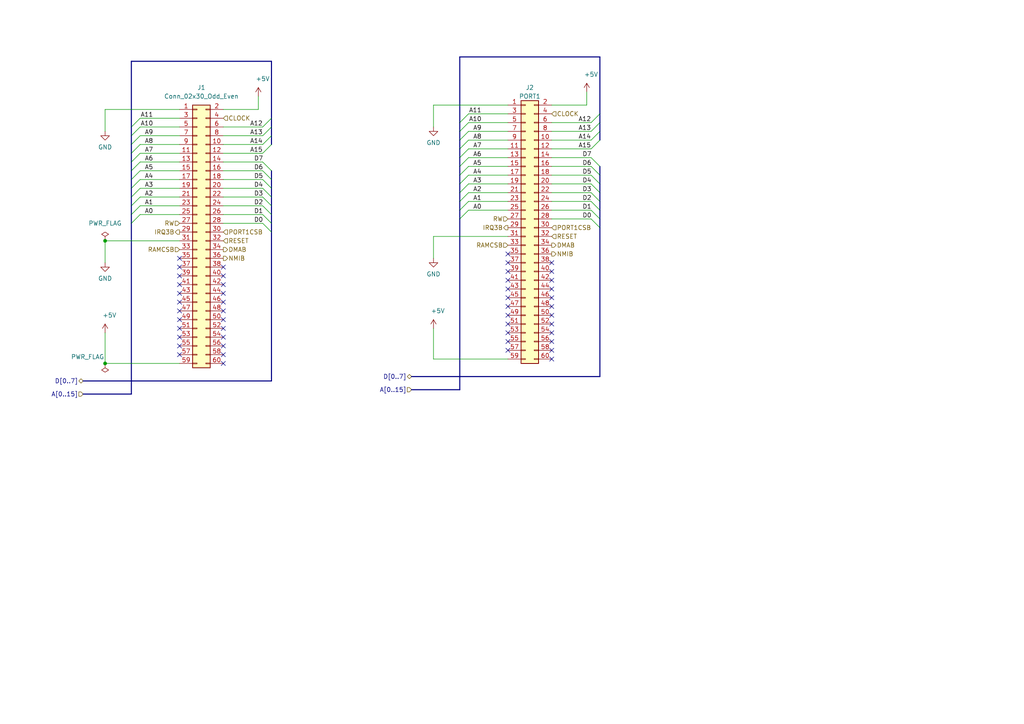
<source format=kicad_sch>
(kicad_sch (version 20230121) (generator eeschema)
  (paper "A4")
  (lib_symbols
    (symbol "Connector_Generic:Conn_02x30_Odd_Even" (pin_names (offset 1.016) hide)
      (property "Reference" "J" (at 1.27 38.1 0))
      (property "Value" "Conn_02x30_Odd_Even" (at 1.27 -40.64 0))
      (symbol "Conn_02x30_Odd_Even_1_1"
        (rectangle (start -1.27 -37.973) (end 0 -38.227) (stroke (width 0.1524)))
        (rectangle (start -1.27 -35.433) (end 0 -35.687) (stroke (width 0.1524)))
        (rectangle (start -1.27 -32.893) (end 0 -33.147) (stroke (width 0.1524)))
        (rectangle (start -1.27 -30.353) (end 0 -30.607) (stroke (width 0.1524)))
        (rectangle (start -1.27 -27.813) (end 0 -28.067) (stroke (width 0.1524)))
        (rectangle (start -1.27 -25.273) (end 0 -25.527) (stroke (width 0.1524)))
        (rectangle (start -1.27 -22.733) (end 0 -22.987) (stroke (width 0.1524)))
        (rectangle (start -1.27 -20.193) (end 0 -20.447) (stroke (width 0.1524)))
        (rectangle (start -1.27 -17.653) (end 0 -17.907) (stroke (width 0.1524)))
        (rectangle (start -1.27 -15.113) (end 0 -15.367) (stroke (width 0.1524)))
        (rectangle (start -1.27 -12.573) (end 0 -12.827) (stroke (width 0.1524)))
        (rectangle (start -1.27 -10.033) (end 0 -10.287) (stroke (width 0.1524)))
        (rectangle (start -1.27 -7.493) (end 0 -7.747) (stroke (width 0.1524)))
        (rectangle (start -1.27 -4.953) (end 0 -5.207) (stroke (width 0.1524)))
        (rectangle (start -1.27 -2.413) (end 0 -2.667) (stroke (width 0.1524)))
        (rectangle (start -1.27 0.127) (end 0 -0.127) (stroke (width 0.1524)))
        (rectangle (start -1.27 2.667) (end 0 2.413) (stroke (width 0.1524)))
        (rectangle (start -1.27 5.207) (end 0 4.953) (stroke (width 0.1524)))
        (rectangle (start -1.27 7.747) (end 0 7.493) (stroke (width 0.1524)))
        (rectangle (start -1.27 10.287) (end 0 10.033) (stroke (width 0.1524)))
        (rectangle (start -1.27 12.827) (end 0 12.573) (stroke (width 0.1524)))
        (rectangle (start -1.27 15.367) (end 0 15.113) (stroke (width 0.1524)))
        (rectangle (start -1.27 17.907) (end 0 17.653) (stroke (width 0.1524)))
        (rectangle (start -1.27 20.447) (end 0 20.193) (stroke (width 0.1524)))
        (rectangle (start -1.27 22.987) (end 0 22.733) (stroke (width 0.1524)))
        (rectangle (start -1.27 25.527) (end 0 25.273) (stroke (width 0.1524)))
        (rectangle (start -1.27 28.067) (end 0 27.813) (stroke (width 0.1524)))
        (rectangle (start -1.27 30.607) (end 0 30.353) (stroke (width 0.1524)))
        (rectangle (start -1.27 33.147) (end 0 32.893) (stroke (width 0.1524)))
        (rectangle (start -1.27 35.687) (end 0 35.433) (stroke (width 0.1524)))
        (rectangle (start -1.27 36.83) (end 3.81 -39.37) (stroke (width 0.254)) (fill (type background)))
        (rectangle (start 3.81 -37.973) (end 2.54 -38.227) (stroke (width 0.1524)))
        (rectangle (start 3.81 -35.433) (end 2.54 -35.687) (stroke (width 0.1524)))
        (rectangle (start 3.81 -32.893) (end 2.54 -33.147) (stroke (width 0.1524)))
        (rectangle (start 3.81 -30.353) (end 2.54 -30.607) (stroke (width 0.1524)))
        (rectangle (start 3.81 -27.813) (end 2.54 -28.067) (stroke (width 0.1524)))
        (rectangle (start 3.81 -25.273) (end 2.54 -25.527) (stroke (width 0.1524)))
        (rectangle (start 3.81 -22.733) (end 2.54 -22.987) (stroke (width 0.1524)))
        (rectangle (start 3.81 -20.193) (end 2.54 -20.447) (stroke (width 0.1524)))
        (rectangle (start 3.81 -17.653) (end 2.54 -17.907) (stroke (width 0.1524)))
        (rectangle (start 3.81 -15.113) (end 2.54 -15.367) (stroke (width 0.1524)))
        (rectangle (start 3.81 -12.573) (end 2.54 -12.827) (stroke (width 0.1524)))
        (rectangle (start 3.81 -10.033) (end 2.54 -10.287) (stroke (width 0.1524)))
        (rectangle (start 3.81 -7.493) (end 2.54 -7.747) (stroke (width 0.1524)))
        (rectangle (start 3.81 -4.953) (end 2.54 -5.207) (stroke (width 0.1524)))
        (rectangle (start 3.81 -2.413) (end 2.54 -2.667) (stroke (width 0.1524)))
        (rectangle (start 3.81 0.127) (end 2.54 -0.127) (stroke (width 0.1524)))
        (rectangle (start 3.81 2.667) (end 2.54 2.413) (stroke (width 0.1524)))
        (rectangle (start 3.81 5.207) (end 2.54 4.953) (stroke (width 0.1524)))
        (rectangle (start 3.81 7.747) (end 2.54 7.493) (stroke (width 0.1524)))
        (rectangle (start 3.81 10.287) (end 2.54 10.033) (stroke (width 0.1524)))
        (rectangle (start 3.81 12.827) (end 2.54 12.573) (stroke (width 0.1524)))
        (rectangle (start 3.81 15.367) (end 2.54 15.113) (stroke (width 0.1524)))
        (rectangle (start 3.81 17.907) (end 2.54 17.653) (stroke (width 0.1524)))
        (rectangle (start 3.81 20.447) (end 2.54 20.193) (stroke (width 0.1524)))
        (rectangle (start 3.81 22.987) (end 2.54 22.733) (stroke (width 0.1524)))
        (rectangle (start 3.81 25.527) (end 2.54 25.273) (stroke (width 0.1524)))
        (rectangle (start 3.81 28.067) (end 2.54 27.813) (stroke (width 0.1524)))
        (rectangle (start 3.81 30.607) (end 2.54 30.353) (stroke (width 0.1524)))
        (rectangle (start 3.81 33.147) (end 2.54 32.893) (stroke (width 0.1524)))
        (rectangle (start 3.81 35.687) (end 2.54 35.433) (stroke (width 0.1524)))
        (pin passive line (at -5.08 35.56 0) (length 3.81) (name "Pin_1") (number "1"))
        (pin passive line (at 7.62 25.4 180) (length 3.81) (name "Pin_10") (number "10"))
        (pin passive line (at -5.08 22.86 0) (length 3.81) (name "Pin_11") (number "11"))
        (pin passive line (at 7.62 22.86 180) (length 3.81) (name "Pin_12") (number "12"))
        (pin passive line (at -5.08 20.32 0) (length 3.81) (name "Pin_13") (number "13"))
        (pin passive line (at 7.62 20.32 180) (length 3.81) (name "Pin_14") (number "14"))
        (pin passive line (at -5.08 17.78 0) (length 3.81) (name "Pin_15") (number "15"))
        (pin passive line (at 7.62 17.78 180) (length 3.81) (name "Pin_16") (number "16"))
        (pin passive line (at -5.08 15.24 0) (length 3.81) (name "Pin_17") (number "17"))
        (pin passive line (at 7.62 15.24 180) (length 3.81) (name "Pin_18") (number "18"))
        (pin passive line (at -5.08 12.7 0) (length 3.81) (name "Pin_19") (number "19"))
        (pin passive line (at 7.62 35.56 180) (length 3.81) (name "Pin_2") (number "2"))
        (pin passive line (at 7.62 12.7 180) (length 3.81) (name "Pin_20") (number "20"))
        (pin passive line (at -5.08 10.16 0) (length 3.81) (name "Pin_21") (number "21"))
        (pin passive line (at 7.62 10.16 180) (length 3.81) (name "Pin_22") (number "22"))
        (pin passive line (at -5.08 7.62 0) (length 3.81) (name "Pin_23") (number "23"))
        (pin passive line (at 7.62 7.62 180) (length 3.81) (name "Pin_24") (number "24"))
        (pin passive line (at -5.08 5.08 0) (length 3.81) (name "Pin_25") (number "25"))
        (pin passive line (at 7.62 5.08 180) (length 3.81) (name "Pin_26") (number "26"))
        (pin passive line (at -5.08 2.54 0) (length 3.81) (name "Pin_27") (number "27"))
        (pin passive line (at 7.62 2.54 180) (length 3.81) (name "Pin_28") (number "28"))
        (pin passive line (at -5.08 0 0) (length 3.81) (name "Pin_29") (number "29"))
        (pin passive line (at -5.08 33.02 0) (length 3.81) (name "Pin_3") (number "3"))
        (pin passive line (at 7.62 0 180) (length 3.81) (name "Pin_30") (number "30"))
        (pin passive line (at -5.08 -2.54 0) (length 3.81) (name "Pin_31") (number "31"))
        (pin passive line (at 7.62 -2.54 180) (length 3.81) (name "Pin_32") (number "32"))
        (pin passive line (at -5.08 -5.08 0) (length 3.81) (name "Pin_33") (number "33"))
        (pin passive line (at 7.62 -5.08 180) (length 3.81) (name "Pin_34") (number "34"))
        (pin passive line (at -5.08 -7.62 0) (length 3.81) (name "Pin_35") (number "35"))
        (pin passive line (at 7.62 -7.62 180) (length 3.81) (name "Pin_36") (number "36"))
        (pin passive line (at -5.08 -10.16 0) (length 3.81) (name "Pin_37") (number "37"))
        (pin passive line (at 7.62 -10.16 180) (length 3.81) (name "Pin_38") (number "38"))
        (pin passive line (at -5.08 -12.7 0) (length 3.81) (name "Pin_39") (number "39"))
        (pin passive line (at 7.62 33.02 180) (length 3.81) (name "Pin_4") (number "4"))
        (pin passive line (at 7.62 -12.7 180) (length 3.81) (name "Pin_40") (number "40"))
        (pin passive line (at -5.08 -15.24 0) (length 3.81) (name "Pin_41") (number "41"))
        (pin passive line (at 7.62 -15.24 180) (length 3.81) (name "Pin_42") (number "42"))
        (pin passive line (at -5.08 -17.78 0) (length 3.81) (name "Pin_43") (number "43"))
        (pin passive line (at 7.62 -17.78 180) (length 3.81) (name "Pin_44") (number "44"))
        (pin passive line (at -5.08 -20.32 0) (length 3.81) (name "Pin_45") (number "45"))
        (pin passive line (at 7.62 -20.32 180) (length 3.81) (name "Pin_46") (number "46"))
        (pin passive line (at -5.08 -22.86 0) (length 3.81) (name "Pin_47") (number "47"))
        (pin passive line (at 7.62 -22.86 180) (length 3.81) (name "Pin_48") (number "48"))
        (pin passive line (at -5.08 -25.4 0) (length 3.81) (name "Pin_49") (number "49"))
        (pin passive line (at -5.08 30.48 0) (length 3.81) (name "Pin_5") (number "5"))
        (pin passive line (at 7.62 -25.4 180) (length 3.81) (name "Pin_50") (number "50"))
        (pin passive line (at -5.08 -27.94 0) (length 3.81) (name "Pin_51") (number "51"))
        (pin passive line (at 7.62 -27.94 180) (length 3.81) (name "Pin_52") (number "52"))
        (pin passive line (at -5.08 -30.48 0) (length 3.81) (name "Pin_53") (number "53"))
        (pin passive line (at 7.62 -30.48 180) (length 3.81) (name "Pin_54") (number "54"))
        (pin passive line (at -5.08 -33.02 0) (length 3.81) (name "Pin_55") (number "55"))
        (pin passive line (at 7.62 -33.02 180) (length 3.81) (name "Pin_56") (number "56"))
        (pin passive line (at -5.08 -35.56 0) (length 3.81) (name "Pin_57") (number "57"))
        (pin passive line (at 7.62 -35.56 180) (length 3.81) (name "Pin_58") (number "58"))
        (pin passive line (at -5.08 -38.1 0) (length 3.81) (name "Pin_59") (number "59"))
        (pin passive line (at 7.62 30.48 180) (length 3.81) (name "Pin_6") (number "6"))
        (pin passive line (at 7.62 -38.1 180) (length 3.81) (name "Pin_60") (number "60"))
        (pin passive line (at -5.08 27.94 0) (length 3.81) (name "Pin_7") (number "7"))
        (pin passive line (at 7.62 27.94 180) (length 3.81) (name "Pin_8") (number "8"))
        (pin passive line (at -5.08 25.4 0) (length 3.81) (name "Pin_9") (number "9"))
      )
    )
    (symbol "power:+5V" (power) (pin_names (offset 0))
      (property "Value" "+5V" (at 0 3.556 0))
      (symbol "+5V_0_1"
        (polyline (pts (xy -0.762 1.27) (xy 0 2.54)))
        (polyline (pts (xy 0 0) (xy 0 2.54)))
        (polyline (pts (xy 0 2.54) (xy 0.762 1.27)))
      )
      (symbol "+5V_1_1"
        (pin power_in line (at 0 0 90) (length 0) hide (name "+5V") (number "1"))
      )
    )
    (symbol "power:GND" (power) (pin_names (offset 0))
      (property "Value" "GND" (at 0 -3.81 0))
      (symbol "GND_0_1"
        (polyline (pts (xy 0 0) (xy 0 -1.27) (xy 1.27 -1.27) (xy 0 -2.54) (xy -1.27 -1.27) (xy 0 -1.27)))
      )
      (symbol "GND_1_1"
        (pin power_in line (at 0 0 270) (length 0) hide (name "GND") (number "1"))
      )
    )
    (symbol "power:PWR_FLAG" (power) (pin_numbers hide) (pin_names (offset 0) hide)
      (property "Value" "PWR_FLAG" (at 0 3.81 0))
      (symbol "PWR_FLAG_0_0"
        (pin power_out line (at 0 0 90) (length 0) (name "pwr") (number "1"))
      )
      (symbol "PWR_FLAG_0_1"
        (polyline (pts (xy 0 0) (xy 0 1.27) (xy -1.016 1.905) (xy 0 2.54) (xy 1.016 1.905) (xy 0 1.27)))
      )
    )
  )
  (junction (at 30.48 105.41))
  (junction (at 30.48 69.85))
  (no_connect (at 160.02 96.52))
  (no_connect (at 160.02 101.6))
  (no_connect (at 64.77 82.55))
  (no_connect (at 160.02 91.44))
  (no_connect (at 64.77 97.79))
  (no_connect (at 64.77 87.63))
  (no_connect (at 147.32 88.9))
  (no_connect (at 64.77 80.01))
  (no_connect (at 147.32 101.6))
  (no_connect (at 147.32 81.28))
  (no_connect (at 147.32 83.82))
  (no_connect (at 147.32 76.2))
  (no_connect (at 160.02 86.36))
  (no_connect (at 52.07 100.33))
  (no_connect (at 52.07 102.87))
  (no_connect (at 160.02 88.9))
  (no_connect (at 52.07 97.79))
  (no_connect (at 64.77 90.17))
  (no_connect (at 52.07 87.63))
  (no_connect (at 64.77 105.41))
  (no_connect (at 64.77 102.87))
  (no_connect (at 160.02 93.98))
  (no_connect (at 160.02 104.14))
  (no_connect (at 147.32 96.52))
  (no_connect (at 147.32 99.06))
  (no_connect (at 147.32 91.44))
  (no_connect (at 160.02 78.74))
  (no_connect (at 64.77 95.25))
  (no_connect (at 52.07 74.93))
  (no_connect (at 52.07 80.01))
  (no_connect (at 160.02 83.82))
  (no_connect (at 52.07 90.17))
  (no_connect (at 64.77 100.33))
  (no_connect (at 52.07 95.25))
  (no_connect (at 52.07 77.47))
  (no_connect (at 147.32 78.74))
  (no_connect (at 52.07 92.71))
  (no_connect (at 64.77 85.09))
  (no_connect (at 52.07 85.09))
  (no_connect (at 52.07 82.55))
  (no_connect (at 147.32 73.66))
  (no_connect (at 160.02 76.2))
  (no_connect (at 160.02 99.06))
  (no_connect (at 160.02 81.28))
  (no_connect (at 147.32 93.98))
  (no_connect (at 64.77 92.71))
  (no_connect (at 147.32 86.36))
  (no_connect (at 64.77 77.47))
  (bus_entry (at 38.1 54.61) (size 2.54 -2.54) (stroke (width 0.1524)))
  (bus_entry (at 38.1 41.91) (size 2.54 -2.54) (stroke (width 0.1524)))
  (bus_entry (at 173.99 35.56) (size -2.54 2.54) (stroke (width 0.1524)))
  (bus_entry (at 78.74 59.69) (size -2.54 -2.54) (stroke (width 0.1524)))
  (bus_entry (at 133.35 53.34) (size 2.54 -2.54) (stroke (width 0.1524)))
  (bus_entry (at 78.74 64.77) (size -2.54 -2.54) (stroke (width 0.1524)))
  (bus_entry (at 38.1 62.23) (size 2.54 -2.54) (stroke (width 0.1524)))
  (bus_entry (at 133.35 55.88) (size 2.54 -2.54) (stroke (width 0.1524)))
  (bus_entry (at 78.74 49.53) (size -2.54 -2.54) (stroke (width 0.1524)))
  (bus_entry (at 38.1 44.45) (size 2.54 -2.54) (stroke (width 0.1524)))
  (bus_entry (at 38.1 52.07) (size 2.54 -2.54) (stroke (width 0.1524)))
  (bus_entry (at 78.74 62.23) (size -2.54 -2.54) (stroke (width 0.1524)))
  (bus_entry (at 133.35 50.8) (size 2.54 -2.54) (stroke (width 0.1524)))
  (bus_entry (at 38.1 36.83) (size 2.54 -2.54) (stroke (width 0.1524)))
  (bus_entry (at 78.74 41.91) (size -2.54 2.54) (stroke (width 0.1524)))
  (bus_entry (at 173.99 40.64) (size -2.54 2.54) (stroke (width 0.1524)))
  (bus_entry (at 173.99 50.8) (size -2.54 -2.54) (stroke (width 0.1524)))
  (bus_entry (at 78.74 34.29) (size -2.54 2.54) (stroke (width 0.1524)))
  (bus_entry (at 133.35 43.18) (size 2.54 -2.54) (stroke (width 0.1524)))
  (bus_entry (at 173.99 58.42) (size -2.54 -2.54) (stroke (width 0.1524)))
  (bus_entry (at 173.99 48.26) (size -2.54 -2.54) (stroke (width 0.1524)))
  (bus_entry (at 38.1 39.37) (size 2.54 -2.54) (stroke (width 0.1524)))
  (bus_entry (at 38.1 64.77) (size 2.54 -2.54) (stroke (width 0.1524)))
  (bus_entry (at 133.35 35.56) (size 2.54 -2.54) (stroke (width 0.1524)))
  (bus_entry (at 173.99 55.88) (size -2.54 -2.54) (stroke (width 0.1524)))
  (bus_entry (at 78.74 54.61) (size -2.54 -2.54) (stroke (width 0.1524)))
  (bus_entry (at 78.74 52.07) (size -2.54 -2.54) (stroke (width 0.1524)))
  (bus_entry (at 133.35 60.96) (size 2.54 -2.54) (stroke (width 0.1524)))
  (bus_entry (at 133.35 45.72) (size 2.54 -2.54) (stroke (width 0.1524)))
  (bus_entry (at 173.99 66.04) (size -2.54 -2.54) (stroke (width 0.1524)))
  (bus_entry (at 78.74 67.31) (size -2.54 -2.54) (stroke (width 0.1524)))
  (bus_entry (at 133.35 40.64) (size 2.54 -2.54) (stroke (width 0.1524)))
  (bus_entry (at 78.74 57.15) (size -2.54 -2.54) (stroke (width 0.1524)))
  (bus_entry (at 38.1 46.99) (size 2.54 -2.54) (stroke (width 0.1524)))
  (bus_entry (at 133.35 58.42) (size 2.54 -2.54) (stroke (width 0.1524)))
  (bus_entry (at 133.35 38.1) (size 2.54 -2.54) (stroke (width 0.1524)))
  (bus_entry (at 173.99 38.1) (size -2.54 2.54) (stroke (width 0.1524)))
  (bus_entry (at 78.74 39.37) (size -2.54 2.54) (stroke (width 0.1524)))
  (bus_entry (at 173.99 63.5) (size -2.54 -2.54) (stroke (width 0.1524)))
  (bus_entry (at 173.99 33.02) (size -2.54 2.54) (stroke (width 0.1524)))
  (bus_entry (at 133.35 63.5) (size 2.54 -2.54) (stroke (width 0.1524)))
  (bus_entry (at 38.1 49.53) (size 2.54 -2.54) (stroke (width 0.1524)))
  (bus_entry (at 133.35 48.26) (size 2.54 -2.54) (stroke (width 0.1524)))
  (bus_entry (at 173.99 53.34) (size -2.54 -2.54) (stroke (width 0.1524)))
  (bus_entry (at 173.99 60.96) (size -2.54 -2.54) (stroke (width 0.1524)))
  (bus_entry (at 78.74 36.83) (size -2.54 2.54) (stroke (width 0.1524)))
  (bus_entry (at 38.1 59.69) (size 2.54 -2.54) (stroke (width 0.1524)))
  (bus_entry (at 38.1 57.15) (size 2.54 -2.54) (stroke (width 0.1524)))
  (wire (pts (xy 64.77 52.07) (xy 76.2 52.07)))
  (wire (pts (xy 40.64 34.29) (xy 52.07 34.29)))
  (wire (pts (xy 52.07 69.85) (xy 30.48 69.85)))
  (bus (pts (xy 133.35 60.96) (xy 133.35 63.5)))
  (bus (pts (xy 119.38 113.03) (xy 133.35 113.03)))
  (bus (pts (xy 78.74 36.83) (xy 78.74 39.37)))
  (wire (pts (xy 40.64 41.91) (xy 52.07 41.91)))
  (wire (pts (xy 125.73 30.48) (xy 125.73 36.83)))
  (wire (pts (xy 64.77 54.61) (xy 76.2 54.61)))
  (wire (pts (xy 125.73 68.58) (xy 125.73 74.93)))
  (wire (pts (xy 30.48 105.41) (xy 52.07 105.41)))
  (bus (pts (xy 78.74 52.07) (xy 78.74 54.61)))
  (wire (pts (xy 160.02 48.26) (xy 171.45 48.26)))
  (wire (pts (xy 147.32 68.58) (xy 125.73 68.58)))
  (wire (pts (xy 64.77 59.69) (xy 76.2 59.69)))
  (bus (pts (xy 78.74 34.29) (xy 78.74 17.78)))
  (wire (pts (xy 160.02 50.8) (xy 171.45 50.8)))
  (wire (pts (xy 40.64 54.61) (xy 52.07 54.61)))
  (wire (pts (xy 40.64 44.45) (xy 52.07 44.45)))
  (bus (pts (xy 133.35 53.34) (xy 133.35 55.88)))
  (bus (pts (xy 133.35 50.8) (xy 133.35 53.34)))
  (wire (pts (xy 170.18 30.48) (xy 170.18 26.67)))
  (wire (pts (xy 40.64 62.23) (xy 52.07 62.23)))
  (bus (pts (xy 133.35 43.18) (xy 133.35 45.72)))
  (wire (pts (xy 125.73 30.48) (xy 147.32 30.48)))
  (bus (pts (xy 38.1 64.77) (xy 38.1 114.3)))
  (bus (pts (xy 173.99 33.02) (xy 173.99 35.56)))
  (wire (pts (xy 160.02 60.96) (xy 171.45 60.96)))
  (bus (pts (xy 133.35 16.51) (xy 133.35 35.56)))
  (wire (pts (xy 76.2 36.83) (xy 64.77 36.83)))
  (wire (pts (xy 171.45 43.18) (xy 160.02 43.18)))
  (wire (pts (xy 135.89 43.18) (xy 147.32 43.18)))
  (bus (pts (xy 133.35 38.1) (xy 133.35 40.64)))
  (bus (pts (xy 78.74 49.53) (xy 78.74 52.07)))
  (wire (pts (xy 64.77 49.53) (xy 76.2 49.53)))
  (bus (pts (xy 173.99 66.04) (xy 173.99 109.22)))
  (bus (pts (xy 133.35 35.56) (xy 133.35 38.1)))
  (bus (pts (xy 24.13 110.49) (xy 78.74 110.49)))
  (wire (pts (xy 135.89 55.88) (xy 147.32 55.88)))
  (bus (pts (xy 173.99 38.1) (xy 173.99 40.64)))
  (bus (pts (xy 38.1 49.53) (xy 38.1 52.07)))
  (bus (pts (xy 38.1 52.07) (xy 38.1 54.61)))
  (wire (pts (xy 135.89 45.72) (xy 147.32 45.72)))
  (wire (pts (xy 74.93 31.75) (xy 74.93 27.94)))
  (wire (pts (xy 135.89 33.02) (xy 147.32 33.02)))
  (bus (pts (xy 78.74 17.78) (xy 38.1 17.78)))
  (bus (pts (xy 173.99 16.51) (xy 133.35 16.51)))
  (bus (pts (xy 38.1 59.69) (xy 38.1 62.23)))
  (bus (pts (xy 78.74 34.29) (xy 78.74 36.83)))
  (bus (pts (xy 38.1 46.99) (xy 38.1 49.53)))
  (wire (pts (xy 135.89 35.56) (xy 147.32 35.56)))
  (wire (pts (xy 40.64 52.07) (xy 52.07 52.07)))
  (wire (pts (xy 64.77 46.99) (xy 76.2 46.99)))
  (bus (pts (xy 173.99 33.02) (xy 173.99 16.51)))
  (wire (pts (xy 125.73 95.25) (xy 125.73 104.14)))
  (wire (pts (xy 40.64 49.53) (xy 52.07 49.53)))
  (wire (pts (xy 30.48 31.75) (xy 52.07 31.75)))
  (bus (pts (xy 78.74 64.77) (xy 78.74 67.31)))
  (wire (pts (xy 40.64 36.83) (xy 52.07 36.83)))
  (bus (pts (xy 78.74 59.69) (xy 78.74 57.15)))
  (wire (pts (xy 160.02 63.5) (xy 171.45 63.5)))
  (wire (pts (xy 160.02 58.42) (xy 171.45 58.42)))
  (bus (pts (xy 38.1 39.37) (xy 38.1 41.91)))
  (wire (pts (xy 30.48 31.75) (xy 30.48 38.1)))
  (wire (pts (xy 76.2 44.45) (xy 64.77 44.45)))
  (bus (pts (xy 38.1 17.78) (xy 38.1 36.83)))
  (bus (pts (xy 173.99 58.42) (xy 173.99 55.88)))
  (bus (pts (xy 78.74 67.31) (xy 78.74 110.49)))
  (wire (pts (xy 135.89 38.1) (xy 147.32 38.1)))
  (bus (pts (xy 173.99 58.42) (xy 173.99 60.96)))
  (wire (pts (xy 160.02 30.48) (xy 170.18 30.48)))
  (wire (pts (xy 76.2 39.37) (xy 64.77 39.37)))
  (wire (pts (xy 135.89 58.42) (xy 147.32 58.42)))
  (bus (pts (xy 133.35 58.42) (xy 133.35 60.96)))
  (bus (pts (xy 133.35 63.5) (xy 133.35 113.03)))
  (bus (pts (xy 78.74 62.23) (xy 78.74 64.77)))
  (bus (pts (xy 38.1 41.91) (xy 38.1 44.45)))
  (wire (pts (xy 171.45 35.56) (xy 160.02 35.56)))
  (bus (pts (xy 133.35 55.88) (xy 133.35 58.42)))
  (wire (pts (xy 160.02 55.88) (xy 171.45 55.88)))
  (wire (pts (xy 76.2 41.91) (xy 64.77 41.91)))
  (wire (pts (xy 135.89 60.96) (xy 147.32 60.96)))
  (wire (pts (xy 64.77 31.75) (xy 74.93 31.75)))
  (wire (pts (xy 40.64 59.69) (xy 52.07 59.69)))
  (wire (pts (xy 64.77 62.23) (xy 76.2 62.23)))
  (bus (pts (xy 173.99 50.8) (xy 173.99 53.34)))
  (bus (pts (xy 173.99 63.5) (xy 173.99 66.04)))
  (wire (pts (xy 135.89 40.64) (xy 147.32 40.64)))
  (wire (pts (xy 40.64 57.15) (xy 52.07 57.15)))
  (wire (pts (xy 40.64 39.37) (xy 52.07 39.37)))
  (bus (pts (xy 119.38 109.22) (xy 173.99 109.22)))
  (wire (pts (xy 125.73 104.14) (xy 147.32 104.14)))
  (wire (pts (xy 64.77 57.15) (xy 76.2 57.15)))
  (bus (pts (xy 173.99 53.34) (xy 173.99 55.88)))
  (bus (pts (xy 24.13 114.3) (xy 38.1 114.3)))
  (bus (pts (xy 133.35 48.26) (xy 133.35 50.8)))
  (wire (pts (xy 40.64 46.99) (xy 52.07 46.99)))
  (bus (pts (xy 133.35 45.72) (xy 133.35 48.26)))
  (wire (pts (xy 160.02 45.72) (xy 171.45 45.72)))
  (wire (pts (xy 135.89 48.26) (xy 147.32 48.26)))
  (bus (pts (xy 173.99 48.26) (xy 173.99 50.8)))
  (wire (pts (xy 171.45 40.64) (xy 160.02 40.64)))
  (bus (pts (xy 133.35 40.64) (xy 133.35 43.18)))
  (bus (pts (xy 38.1 62.23) (xy 38.1 64.77)))
  (bus (pts (xy 38.1 36.83) (xy 38.1 39.37)))
  (bus (pts (xy 78.74 54.61) (xy 78.74 57.15)))
  (wire (pts (xy 30.48 96.52) (xy 30.48 105.41)))
  (bus (pts (xy 78.74 59.69) (xy 78.74 62.23)))
  (bus (pts (xy 173.99 60.96) (xy 173.99 63.5)))
  (bus (pts (xy 38.1 54.61) (xy 38.1 57.15)))
  (bus (pts (xy 78.74 39.37) (xy 78.74 41.91)))
  (wire (pts (xy 160.02 53.34) (xy 171.45 53.34)))
  (wire (pts (xy 135.89 50.8) (xy 147.32 50.8)))
  (bus (pts (xy 173.99 35.56) (xy 173.99 38.1)))
  (wire (pts (xy 135.89 53.34) (xy 147.32 53.34)))
  (bus (pts (xy 38.1 44.45) (xy 38.1 46.99)))
  (wire (pts (xy 171.45 38.1) (xy 160.02 38.1)))
  (wire (pts (xy 30.48 69.85) (xy 30.48 76.2)))
  (wire (pts (xy 64.77 64.77) (xy 76.2 64.77)))
  (bus (pts (xy 38.1 57.15) (xy 38.1 59.69)))
  (label "A11" (at 44.45 34.29 180))
  (label "D5" (at 73.66 52.07 0))
  (label "A10" (at 44.45 36.83 180))
  (label "D6" (at 168.91 48.26 0))
  (label "D5" (at 168.91 50.8 0))
  (label "A11" (at 139.7 33.02 180))
  (label "A15" (at 76.2 44.45 180))
  (label "D7" (at 168.91 45.72 0))
  (label "A9" (at 139.7 38.1 180))
  (label "A7" (at 44.45 44.45 180))
  (label "D4" (at 73.66 54.61 0))
  (label "A12" (at 171.45 35.56 180))
  (label "A9" (at 44.45 39.37 180))
  (label "D2" (at 168.91 58.42 0))
  (label "A0" (at 44.45 62.23 180))
  (label "D2" (at 73.66 59.69 0))
  (label "A5" (at 139.7 48.26 180))
  (label "A12" (at 76.2 36.83 180))
  (label "D0" (at 73.66 64.77 0))
  (label "A6" (at 139.7 45.72 180))
  (label "A4" (at 139.7 50.8 180))
  (label "A3" (at 139.7 53.34 180))
  (label "A1" (at 139.7 58.42 180))
  (label "D1" (at 168.91 60.96 0))
  (label "A8" (at 139.7 40.64 180))
  (label "D6" (at 73.66 49.53 0))
  (label "A4" (at 44.45 52.07 180))
  (label "D4" (at 168.91 53.34 0))
  (label "A14" (at 171.45 40.64 180))
  (label "A5" (at 44.45 49.53 180))
  (label "A6" (at 44.45 46.99 180))
  (label "D0" (at 168.91 63.5 0))
  (label "A0" (at 139.7 60.96 180))
  (label "A14" (at 76.2 41.91 180))
  (label "D1" (at 73.66 62.23 0))
  (label "A13" (at 76.2 39.37 180))
  (label "A7" (at 139.7 43.18 180))
  (label "D3" (at 73.66 57.15 0))
  (label "D3" (at 168.91 55.88 0))
  (label "A1" (at 44.45 59.69 180))
  (label "A13" (at 171.45 38.1 180))
  (label "A2" (at 139.7 55.88 180))
  (label "A10" (at 139.7 35.56 180))
  (label "A2" (at 44.45 57.15 180))
  (label "A8" (at 44.45 41.91 180))
  (label "D7" (at 73.66 46.99 0))
  (label "A3" (at 44.45 54.61 180))
  (label "A15" (at 171.45 43.18 180))
  (hierarchical_label "PORT1CSB" (shape input) (at 160.02 66.04 0))
  (hierarchical_label "D[0..7]" (shape bidirectional) (at 24.13 110.49 180))
  (hierarchical_label "CLOCK" (shape input) (at 64.77 34.29 0))
  (hierarchical_label "RAMCSB" (shape input) (at 52.07 72.39 180))
  (hierarchical_label "PORT1CSB" (shape input) (at 64.77 67.31 0))
  (hierarchical_label "RAMCSB" (shape input) (at 147.32 71.12 180))
  (hierarchical_label "D[0..7]" (shape bidirectional) (at 119.38 109.22 180))
  (hierarchical_label "RW" (shape input) (at 147.32 63.5 180))
  (hierarchical_label "NMIB" (shape output) (at 64.77 74.93 0))
  (hierarchical_label "CLOCK" (shape input) (at 160.02 33.02 0))
  (hierarchical_label "RESET" (shape input) (at 64.77 69.85 0))
  (hierarchical_label "IRQ3B" (shape output) (at 147.32 66.04 180))
  (hierarchical_label "A[0..15]" (shape input) (at 24.13 114.3 180))
  (hierarchical_label "RESET" (shape input) (at 160.02 68.58 0))
  (hierarchical_label "IRQ3B" (shape output) (at 52.07 67.31 180))
  (hierarchical_label "A[0..15]" (shape input) (at 119.38 113.03 180))
  (hierarchical_label "NMIB" (shape output) (at 160.02 73.66 0))
  (hierarchical_label "DMAB" (shape output) (at 64.77 72.39 0))
  (hierarchical_label "RW" (shape input) (at 52.07 64.77 180))
  (hierarchical_label "DMAB" (shape output) (at 160.02 71.12 0))
  (symbol (lib_id "Connector_Generic:Conn_02x30_Odd_Even") (at 57.15 67.31 0) (unit 1)
    (property "Reference" "J1" (at 58.42 25.4 0))
    (property "Value" "Conn_02x30_Odd_Even" (at 58.42 27.94 0))
    (property "Footprint" "Connector_PinSocket_2.54mm:PinSocket_2x30_P2.54mm_Vertical" (effects hide))
    (property "Sim.Enable" "0" (effects hide))
  )
  (symbol (lib_id "power:GND") (at 30.48 76.2 0) (mirror y) (unit 1)
    (property "Reference" "#PWR02" (effects hide))
    (property "Value" "GND" (at 30.48 80.772 0))
  )
  (symbol (lib_id "power:GND") (at 125.73 36.83 0) (mirror y) (unit 1)
    (property "Reference" "#PWR08" (effects hide))
    (property "Value" "GND" (at 125.73 41.402 0))
  )
  (symbol (lib_id "power:PWR_FLAG") (at 30.48 105.41 180) (unit 1)
    (property "Reference" "#FLG02" (effects hide))
    (property "Value" "PWR_FLAG" (at 25.4 103.505 0))
  )
  (symbol (lib_id "power:+5V") (at 170.18 26.67 0) (unit 1)
    (property "Reference" "#PWR011" (effects hide))
    (property "Value" "+5V" (at 171.45 21.59 0))
  )
  (symbol (lib_id "Connector_Generic:Conn_02x30_Odd_Even") (at 152.4 66.04 0) (unit 1)
    (property "Reference" "J2" (at 153.67 25.4 0))
    (property "Value" "PORT1" (at 153.67 27.94 0))
    (property "Footprint" "Connector_NES:NES_PCBEdge" (effects hide))
    (property "Sim.Enable" "0" (effects hide))
  )
  (symbol (lib_id "power:+5V") (at 125.73 95.25 0) (unit 1)
    (property "Reference" "#PWR010" (effects hide))
    (property "Value" "+5V" (at 127 90.17 0))
  )
  (symbol (lib_id "power:GND") (at 125.73 74.93 0) (mirror y) (unit 1)
    (property "Reference" "#PWR09" (effects hide))
    (property "Value" "GND" (at 125.73 79.502 0))
  )
  (symbol (lib_id "power:+5V") (at 74.93 27.94 0) (unit 1)
    (property "Reference" "#PWR04" (effects hide))
    (property "Value" "+5V" (at 76.2 22.86 0))
  )
  (symbol (lib_id "power:PWR_FLAG") (at 30.48 69.85 0) (unit 1)
    (property "Reference" "#FLG01" (effects hide))
    (property "Value" "PWR_FLAG" (at 30.48 64.77 0))
  )
  (symbol (lib_id "power:+5V") (at 30.48 96.52 0) (unit 1)
    (property "Reference" "#PWR03" (effects hide))
    (property "Value" "+5V" (at 31.75 91.44 0))
  )
  (symbol (lib_id "power:GND") (at 30.48 38.1 0) (mirror y) (unit 1)
    (property "Reference" "#PWR01" (effects hide))
    (property "Value" "GND" (at 30.48 42.672 0))
  )
)
</source>
